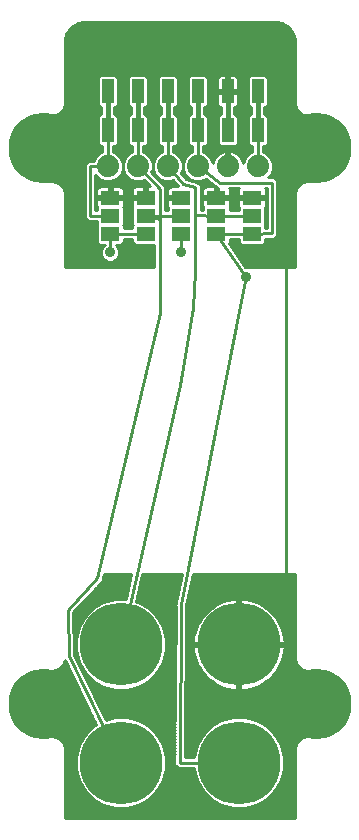
<source format=gbl>
G75*
%MOIN*%
%OFA0B0*%
%FSLAX24Y24*%
%IPPOS*%
%LPD*%
%AMOC8*
5,1,8,0,0,1.08239X$1,22.5*
%
%ADD10C,0.2756*%
%ADD11C,0.0740*%
%ADD12C,0.0160*%
%ADD13R,0.0394X0.0787*%
%ADD14R,0.0630X0.0460*%
%ADD15C,0.0100*%
%ADD16C,0.2362*%
%ADD17C,0.0357*%
D10*
X004874Y003300D03*
X004874Y007237D03*
X008811Y007237D03*
X008811Y003300D03*
D11*
X008441Y023181D03*
X007441Y023181D03*
X006441Y023181D03*
X005441Y023181D03*
X004441Y023181D03*
X009441Y023181D03*
D12*
X009441Y024532D02*
X009441Y025532D01*
X008441Y025532D02*
X008441Y024532D01*
X007441Y024532D02*
X007441Y025532D01*
X006441Y025532D02*
X006441Y024532D01*
X005441Y024532D02*
X005441Y025532D01*
X004441Y025532D02*
X004441Y024532D01*
D13*
X004441Y024382D03*
X004441Y025681D03*
X005441Y025681D03*
X005441Y024382D03*
X006441Y024382D03*
X006441Y025681D03*
X007441Y025681D03*
X007441Y024382D03*
X008441Y024382D03*
X008441Y025681D03*
X009441Y025681D03*
X009441Y024382D03*
D14*
X009244Y022128D03*
X009244Y021528D03*
X009244Y020928D03*
X008063Y020928D03*
X008063Y021528D03*
X008063Y022128D03*
X006882Y022128D03*
X006882Y021528D03*
X006882Y020928D03*
X005701Y020928D03*
X005701Y021528D03*
X005701Y022128D03*
X004520Y022128D03*
X004520Y021528D03*
X004520Y020928D03*
D15*
X001661Y004415D02*
X001904Y004275D01*
X002175Y004203D01*
X002315Y004193D01*
X002612Y004193D01*
X002795Y004117D01*
X002936Y003977D01*
X003012Y003793D01*
X003012Y001437D01*
X010674Y001437D01*
X010674Y003793D01*
X010750Y003977D01*
X010890Y004117D01*
X011074Y004193D01*
X011370Y004193D01*
X011511Y004203D01*
X011782Y004275D01*
X012025Y004415D01*
X012223Y004614D01*
X012363Y004857D01*
X012436Y005128D01*
X012436Y005408D01*
X012363Y005679D01*
X012223Y005922D01*
X012025Y006121D01*
X011782Y006261D01*
X011511Y006334D01*
X011370Y006343D01*
X011074Y006343D01*
X010890Y006419D01*
X010750Y006560D01*
X010674Y006743D01*
X010674Y009599D01*
X007269Y009599D01*
X007062Y008557D01*
X007024Y003480D01*
X007303Y003480D01*
X007303Y003498D01*
X007406Y003882D01*
X007605Y004226D01*
X007886Y004506D01*
X008229Y004705D01*
X008613Y004808D01*
X009010Y004808D01*
X009393Y004705D01*
X009737Y004506D01*
X010018Y004226D01*
X010217Y003882D01*
X010319Y003498D01*
X010319Y003101D01*
X010217Y002718D01*
X010018Y002374D01*
X009737Y002093D01*
X009393Y001894D01*
X009010Y001792D01*
X008613Y001792D01*
X008229Y001894D01*
X007886Y002093D01*
X007605Y002374D01*
X007406Y002718D01*
X007303Y003101D01*
X007303Y003120D01*
X006917Y003120D01*
X006916Y003119D01*
X006842Y003120D01*
X006768Y003120D01*
X006768Y003120D01*
X006767Y003120D01*
X006715Y003173D01*
X006663Y003225D01*
X006663Y003226D01*
X006662Y003226D01*
X006663Y003300D01*
X006663Y003374D01*
X006663Y003375D01*
X006702Y008521D01*
X006691Y008537D01*
X006702Y008594D01*
X006703Y008651D01*
X006717Y008665D01*
X006902Y009599D01*
X005596Y009599D01*
X005383Y008662D01*
X005456Y008642D01*
X005800Y008443D01*
X006081Y008163D01*
X006280Y007819D01*
X006382Y007435D01*
X006382Y007038D01*
X006280Y006655D01*
X006081Y006311D01*
X005800Y006030D01*
X005456Y005831D01*
X005073Y005729D01*
X004676Y005729D01*
X004292Y005831D01*
X003949Y006030D01*
X003668Y006311D01*
X003469Y006655D01*
X003366Y007038D01*
X003366Y007435D01*
X003469Y007819D01*
X003668Y008163D01*
X003949Y008443D01*
X004292Y008642D01*
X004676Y008745D01*
X005033Y008745D01*
X005227Y009599D01*
X004309Y009599D01*
X004268Y009424D01*
X004270Y009374D01*
X004251Y009354D01*
X004245Y009327D01*
X004202Y009301D01*
X003285Y008310D01*
X003321Y006887D01*
X004377Y004727D01*
X004676Y004808D01*
X005073Y004808D01*
X005456Y004705D01*
X005800Y004506D01*
X006081Y004226D01*
X006280Y003882D01*
X006382Y003498D01*
X006382Y003101D01*
X006280Y002718D01*
X006081Y002374D01*
X005800Y002093D01*
X005456Y001894D01*
X005073Y001792D01*
X004676Y001792D01*
X004292Y001894D01*
X003949Y002093D01*
X003668Y002374D01*
X003469Y002718D01*
X003366Y003101D01*
X003366Y003498D01*
X003469Y003882D01*
X003668Y004226D01*
X003949Y004506D01*
X004054Y004567D01*
X003002Y006719D01*
X002936Y006560D01*
X002795Y006419D01*
X002612Y006343D01*
X002315Y006343D01*
X002175Y006334D01*
X001904Y006261D01*
X001661Y006121D01*
X001463Y005922D01*
X001322Y005679D01*
X001250Y005408D01*
X001250Y005128D01*
X001322Y004857D01*
X001463Y004614D01*
X001661Y004415D01*
X001714Y004385D02*
X003827Y004385D01*
X003729Y004286D02*
X001884Y004286D01*
X001593Y004483D02*
X003926Y004483D01*
X004047Y004582D02*
X001495Y004582D01*
X001424Y004680D02*
X003999Y004680D01*
X003951Y004779D02*
X001367Y004779D01*
X001317Y004877D02*
X003903Y004877D01*
X003855Y004976D02*
X001290Y004976D01*
X001264Y005074D02*
X003806Y005074D01*
X003758Y005173D02*
X001250Y005173D01*
X001250Y005271D02*
X003710Y005271D01*
X003662Y005370D02*
X001250Y005370D01*
X001266Y005468D02*
X003614Y005468D01*
X003566Y005567D02*
X001292Y005567D01*
X001319Y005665D02*
X003517Y005665D01*
X003469Y005764D02*
X001371Y005764D01*
X001428Y005862D02*
X003421Y005862D01*
X003373Y005961D02*
X001501Y005961D01*
X001600Y006059D02*
X003325Y006059D01*
X003277Y006158D02*
X001725Y006158D01*
X001896Y006256D02*
X003228Y006256D01*
X003180Y006355D02*
X002641Y006355D01*
X002830Y006453D02*
X003132Y006453D01*
X003084Y006552D02*
X002928Y006552D01*
X002974Y006650D02*
X003036Y006650D01*
X003142Y006843D02*
X003103Y008378D01*
X004087Y009441D01*
X006174Y018300D01*
X006174Y021410D01*
X005701Y021528D01*
X006882Y021528D01*
X006832Y022078D02*
X006417Y022078D01*
X006417Y021878D01*
X006428Y021840D01*
X006441Y021816D01*
X006437Y021812D01*
X006437Y021708D01*
X006354Y021708D01*
X006354Y022433D01*
X006354Y022506D01*
X006354Y022507D01*
X006354Y022508D01*
X006302Y022560D01*
X005897Y022974D01*
X005941Y023082D01*
X005941Y023281D01*
X005865Y023465D01*
X005725Y023605D01*
X005621Y023648D01*
X005621Y023859D01*
X005692Y023859D01*
X005768Y023935D01*
X005768Y024830D01*
X005692Y024906D01*
X005651Y024906D01*
X005651Y025158D01*
X005692Y025158D01*
X005768Y025234D01*
X005768Y026129D01*
X005692Y026205D01*
X005191Y026205D01*
X005114Y026129D01*
X005114Y025234D01*
X005191Y025158D01*
X005231Y025158D01*
X005231Y024906D01*
X005191Y024906D01*
X005114Y024830D01*
X005114Y023935D01*
X005191Y023859D01*
X005261Y023859D01*
X005261Y023648D01*
X005158Y023605D01*
X005017Y023465D01*
X004941Y023281D01*
X004865Y023465D01*
X004725Y023605D01*
X004621Y023648D01*
X004621Y023859D01*
X004692Y023859D01*
X004768Y023935D01*
X004768Y024830D01*
X004692Y024906D01*
X004651Y024906D01*
X004651Y025158D01*
X004692Y025158D01*
X004768Y025234D01*
X004768Y026129D01*
X004692Y026205D01*
X004191Y026205D01*
X004114Y026129D01*
X004114Y025234D01*
X004191Y025158D01*
X004231Y025158D01*
X004231Y024906D01*
X004191Y024906D01*
X004114Y024830D01*
X004114Y023935D01*
X004191Y023859D01*
X004261Y023859D01*
X004261Y023648D01*
X004158Y023605D01*
X004017Y023465D01*
X003975Y023361D01*
X003776Y023361D01*
X003671Y023256D01*
X003671Y021453D01*
X003776Y021348D01*
X004075Y021348D01*
X004075Y021244D01*
X004091Y021228D01*
X004075Y021212D01*
X004075Y020644D01*
X004151Y020568D01*
X004340Y020568D01*
X004340Y020564D01*
X004259Y020482D01*
X004212Y020369D01*
X004212Y020246D01*
X004259Y020133D01*
X004345Y020046D01*
X004459Y019999D01*
X004581Y019999D01*
X004695Y020046D01*
X004782Y020133D01*
X004829Y020246D01*
X004829Y020369D01*
X004782Y020482D01*
X004700Y020564D01*
X004700Y020568D01*
X004889Y020568D01*
X004965Y020644D01*
X004965Y020748D01*
X005256Y020748D01*
X005256Y020644D01*
X005332Y020568D01*
X005994Y020568D01*
X005994Y019835D01*
X003012Y019835D01*
X003012Y022297D01*
X002936Y022480D01*
X002795Y022621D01*
X002612Y022697D01*
X002315Y022697D01*
X002175Y022706D01*
X001904Y022779D01*
X001661Y022919D01*
X001463Y023118D01*
X001322Y023361D01*
X001250Y023632D01*
X001250Y023912D01*
X001322Y024183D01*
X001463Y024426D01*
X001661Y024625D01*
X001904Y024765D01*
X002175Y024838D01*
X002315Y024847D01*
X002612Y024847D01*
X002795Y024923D01*
X002936Y025064D01*
X003012Y025247D01*
X003012Y027315D01*
X003018Y027404D01*
X003064Y027576D01*
X003153Y027730D01*
X003279Y027856D01*
X003433Y027945D01*
X003604Y027991D01*
X003693Y027996D01*
X009993Y027996D01*
X010081Y027991D01*
X010253Y027945D01*
X010407Y027856D01*
X010533Y027730D01*
X010622Y027576D01*
X010668Y027404D01*
X010674Y027315D01*
X010674Y025247D01*
X010750Y025064D01*
X010890Y024923D01*
X011074Y024847D01*
X011370Y024847D01*
X011511Y024838D01*
X011782Y024765D01*
X012025Y024625D01*
X012223Y024426D01*
X012363Y024183D01*
X012436Y023912D01*
X012436Y023632D01*
X012363Y023361D01*
X012223Y023118D01*
X012025Y022919D01*
X011782Y022779D01*
X011511Y022706D01*
X011370Y022697D01*
X011074Y022697D01*
X010890Y022621D01*
X010750Y022480D01*
X010674Y022297D01*
X010674Y019835D01*
X009024Y019835D01*
X008488Y020624D01*
X008508Y020644D01*
X008508Y020748D01*
X008799Y020748D01*
X008799Y020644D01*
X008876Y020568D01*
X009613Y020568D01*
X009689Y020644D01*
X009689Y020754D01*
X009915Y020757D01*
X009988Y020757D01*
X009989Y020758D01*
X009991Y020758D01*
X010042Y020811D01*
X010094Y020863D01*
X010094Y020864D01*
X010095Y020865D01*
X010094Y020939D01*
X010094Y022705D01*
X009988Y022810D01*
X009777Y022810D01*
X009865Y022898D01*
X009941Y023082D01*
X009941Y023281D01*
X009865Y023465D01*
X009725Y023605D01*
X009621Y023648D01*
X009621Y023859D01*
X009692Y023859D01*
X009768Y023935D01*
X009768Y024830D01*
X009692Y024906D01*
X009651Y024906D01*
X009651Y025158D01*
X009692Y025158D01*
X009768Y025234D01*
X009768Y026129D01*
X009692Y026205D01*
X009191Y026205D01*
X009114Y026129D01*
X009114Y025234D01*
X009191Y025158D01*
X009231Y025158D01*
X009231Y024906D01*
X009191Y024906D01*
X009114Y024830D01*
X009114Y023935D01*
X009191Y023859D01*
X009261Y023859D01*
X009261Y023648D01*
X009158Y023605D01*
X009017Y023465D01*
X008949Y023300D01*
X008949Y023303D01*
X008923Y023381D01*
X008886Y023454D01*
X008838Y023520D01*
X008780Y023578D01*
X008714Y023626D01*
X008641Y023663D01*
X008563Y023689D01*
X008491Y023700D01*
X008491Y023232D01*
X008391Y023232D01*
X008391Y023700D01*
X008320Y023689D01*
X008242Y023663D01*
X008169Y023626D01*
X008103Y023578D01*
X008045Y023520D01*
X007997Y023454D01*
X007959Y023381D01*
X007934Y023303D01*
X007934Y023300D01*
X007865Y023465D01*
X007725Y023605D01*
X007621Y023648D01*
X007621Y023859D01*
X007692Y023859D01*
X007768Y023935D01*
X007768Y024830D01*
X007692Y024906D01*
X007651Y024906D01*
X007651Y025158D01*
X007692Y025158D01*
X007768Y025234D01*
X007768Y026129D01*
X007692Y026205D01*
X007191Y026205D01*
X007114Y026129D01*
X007114Y025234D01*
X007191Y025158D01*
X007231Y025158D01*
X007231Y024906D01*
X007191Y024906D01*
X007114Y024830D01*
X007114Y023935D01*
X007191Y023859D01*
X007261Y023859D01*
X007261Y023648D01*
X007158Y023605D01*
X007017Y023465D01*
X006941Y023281D01*
X006865Y023465D01*
X006725Y023605D01*
X006621Y023648D01*
X006621Y023859D01*
X006692Y023859D01*
X006768Y023935D01*
X006768Y024830D01*
X006692Y024906D01*
X006651Y024906D01*
X006651Y025158D01*
X006692Y025158D01*
X006768Y025234D01*
X006768Y026129D01*
X006692Y026205D01*
X006191Y026205D01*
X006114Y026129D01*
X006114Y025234D01*
X006191Y025158D01*
X006231Y025158D01*
X006231Y024906D01*
X006191Y024906D01*
X006114Y024830D01*
X006114Y023935D01*
X006191Y023859D01*
X006261Y023859D01*
X006261Y023648D01*
X006158Y023605D01*
X006017Y023465D01*
X005941Y023281D01*
X005941Y023082D01*
X006017Y022898D01*
X006158Y022758D01*
X006342Y022681D01*
X006541Y022681D01*
X006615Y022712D01*
X006794Y022508D01*
X006548Y022508D01*
X006509Y022498D01*
X006475Y022478D01*
X006447Y022450D01*
X006428Y022416D01*
X006417Y022378D01*
X006417Y022178D01*
X006832Y022178D01*
X006832Y022078D01*
X006832Y022115D02*
X006354Y022115D01*
X006354Y022213D02*
X006417Y022213D01*
X006417Y022312D02*
X006354Y022312D01*
X006354Y022410D02*
X006426Y022410D01*
X006353Y022509D02*
X006793Y022509D01*
X006707Y022607D02*
X006255Y022607D01*
X006283Y022706D02*
X006159Y022706D01*
X006111Y022804D02*
X006062Y022804D01*
X006016Y022903D02*
X005966Y022903D01*
X005975Y023001D02*
X005908Y023001D01*
X005941Y023100D02*
X005941Y023100D01*
X005941Y023198D02*
X005941Y023198D01*
X005935Y023297D02*
X005948Y023297D01*
X005989Y023395D02*
X005894Y023395D01*
X005836Y023494D02*
X006047Y023494D01*
X006145Y023592D02*
X005737Y023592D01*
X005621Y023691D02*
X006261Y023691D01*
X006261Y023789D02*
X005621Y023789D01*
X005721Y023888D02*
X006161Y023888D01*
X006114Y023986D02*
X005768Y023986D01*
X005768Y024085D02*
X006114Y024085D01*
X006114Y024183D02*
X005768Y024183D01*
X005768Y024282D02*
X006114Y024282D01*
X006114Y024380D02*
X005768Y024380D01*
X005768Y024479D02*
X006114Y024479D01*
X006114Y024577D02*
X005768Y024577D01*
X005768Y024676D02*
X006114Y024676D01*
X006114Y024774D02*
X005768Y024774D01*
X005725Y024873D02*
X006158Y024873D01*
X006231Y024971D02*
X005651Y024971D01*
X005651Y025070D02*
X006231Y025070D01*
X006180Y025168D02*
X005703Y025168D01*
X005768Y025267D02*
X006114Y025267D01*
X006114Y025365D02*
X005768Y025365D01*
X005768Y025464D02*
X006114Y025464D01*
X006114Y025562D02*
X005768Y025562D01*
X005768Y025661D02*
X006114Y025661D01*
X006114Y025759D02*
X005768Y025759D01*
X005768Y025858D02*
X006114Y025858D01*
X006114Y025956D02*
X005768Y025956D01*
X005768Y026055D02*
X006114Y026055D01*
X006139Y026153D02*
X005744Y026153D01*
X005231Y025070D02*
X004651Y025070D01*
X004651Y024971D02*
X005231Y024971D01*
X005158Y024873D02*
X004725Y024873D01*
X004768Y024774D02*
X005114Y024774D01*
X005114Y024676D02*
X004768Y024676D01*
X004768Y024577D02*
X005114Y024577D01*
X005114Y024479D02*
X004768Y024479D01*
X004768Y024380D02*
X005114Y024380D01*
X005114Y024282D02*
X004768Y024282D01*
X004768Y024183D02*
X005114Y024183D01*
X005114Y024085D02*
X004768Y024085D01*
X004768Y023986D02*
X005114Y023986D01*
X005161Y023888D02*
X004721Y023888D01*
X004621Y023789D02*
X005261Y023789D01*
X005261Y023691D02*
X004621Y023691D01*
X004737Y023592D02*
X005145Y023592D01*
X005047Y023494D02*
X004836Y023494D01*
X004894Y023395D02*
X004989Y023395D01*
X004948Y023297D02*
X004935Y023297D01*
X004941Y023281D02*
X004941Y023082D01*
X004865Y022898D01*
X004725Y022758D01*
X004541Y022681D01*
X004342Y022681D01*
X004158Y022758D01*
X004031Y022885D01*
X004031Y021708D01*
X004075Y021708D01*
X004075Y021812D01*
X004079Y021816D01*
X004065Y021840D01*
X004055Y021878D01*
X004055Y022078D01*
X004470Y022078D01*
X004470Y022178D01*
X004055Y022178D01*
X004055Y022378D01*
X004065Y022416D01*
X004085Y022450D01*
X004113Y022478D01*
X004147Y022498D01*
X004185Y022508D01*
X004470Y022508D01*
X004470Y022178D01*
X004570Y022178D01*
X004570Y022508D01*
X004855Y022508D01*
X004893Y022498D01*
X004927Y022478D01*
X004955Y022450D01*
X004975Y022416D01*
X004985Y022378D01*
X004985Y022178D01*
X004570Y022178D01*
X004570Y022078D01*
X004985Y022078D01*
X004985Y021878D01*
X004975Y021840D01*
X004961Y021816D01*
X004965Y021812D01*
X004965Y021244D01*
X004949Y021228D01*
X004965Y021212D01*
X004965Y021108D01*
X005256Y021108D01*
X005256Y021212D01*
X005272Y021228D01*
X005256Y021244D01*
X005256Y021812D01*
X005260Y021816D01*
X005246Y021840D01*
X005236Y021878D01*
X005236Y022078D01*
X005651Y022078D01*
X005651Y022178D01*
X005236Y022178D01*
X005236Y022378D01*
X005246Y022416D01*
X005266Y022450D01*
X005294Y022478D01*
X005328Y022498D01*
X005366Y022508D01*
X005651Y022508D01*
X005651Y022178D01*
X005751Y022178D01*
X005751Y022508D01*
X005849Y022508D01*
X005639Y022722D01*
X005541Y022681D01*
X005342Y022681D01*
X005158Y022758D01*
X005017Y022898D01*
X004941Y023082D01*
X004941Y023281D01*
X004941Y023198D02*
X004941Y023198D01*
X004941Y023100D02*
X004941Y023100D01*
X004908Y023001D02*
X004975Y023001D01*
X005016Y022903D02*
X004867Y022903D01*
X004771Y022804D02*
X005111Y022804D01*
X005283Y022706D02*
X004600Y022706D01*
X004570Y022410D02*
X004470Y022410D01*
X004470Y022312D02*
X004570Y022312D01*
X004570Y022213D02*
X004470Y022213D01*
X004470Y022115D02*
X004031Y022115D01*
X004031Y022213D02*
X004055Y022213D01*
X004055Y022312D02*
X004031Y022312D01*
X004031Y022410D02*
X004064Y022410D01*
X004031Y022509D02*
X005848Y022509D01*
X005751Y022607D02*
X004031Y022607D01*
X004031Y022706D02*
X004283Y022706D01*
X004111Y022804D02*
X004031Y022804D01*
X003851Y023181D02*
X004441Y023181D01*
X004441Y025681D01*
X004114Y025661D02*
X003012Y025661D01*
X003012Y025759D02*
X004114Y025759D01*
X004114Y025858D02*
X003012Y025858D01*
X003012Y025956D02*
X004114Y025956D01*
X004114Y026055D02*
X003012Y026055D01*
X003012Y026153D02*
X004139Y026153D01*
X004114Y025562D02*
X003012Y025562D01*
X003012Y025464D02*
X004114Y025464D01*
X004114Y025365D02*
X003012Y025365D01*
X003012Y025267D02*
X004114Y025267D01*
X004180Y025168D02*
X002980Y025168D01*
X002939Y025070D02*
X004231Y025070D01*
X004231Y024971D02*
X002844Y024971D01*
X002675Y024873D02*
X004158Y024873D01*
X004114Y024774D02*
X001939Y024774D01*
X001750Y024676D02*
X004114Y024676D01*
X004114Y024577D02*
X001614Y024577D01*
X001515Y024479D02*
X004114Y024479D01*
X004114Y024380D02*
X001436Y024380D01*
X001379Y024282D02*
X004114Y024282D01*
X004114Y024183D02*
X001322Y024183D01*
X001296Y024085D02*
X004114Y024085D01*
X004114Y023986D02*
X001270Y023986D01*
X001250Y023888D02*
X004161Y023888D01*
X004261Y023789D02*
X001250Y023789D01*
X001250Y023691D02*
X004261Y023691D01*
X004145Y023592D02*
X001260Y023592D01*
X001287Y023494D02*
X004047Y023494D01*
X003989Y023395D02*
X001313Y023395D01*
X001359Y023297D02*
X003712Y023297D01*
X003671Y023198D02*
X001416Y023198D01*
X001480Y023100D02*
X003671Y023100D01*
X003671Y023001D02*
X001579Y023001D01*
X001689Y022903D02*
X003671Y022903D01*
X003671Y022804D02*
X001860Y022804D01*
X002182Y022706D02*
X003671Y022706D01*
X003671Y022607D02*
X002809Y022607D01*
X002908Y022509D02*
X003671Y022509D01*
X003671Y022410D02*
X002965Y022410D01*
X003006Y022312D02*
X003671Y022312D01*
X003671Y022213D02*
X003012Y022213D01*
X003012Y022115D02*
X003671Y022115D01*
X003671Y022016D02*
X003012Y022016D01*
X003012Y021918D02*
X003671Y021918D01*
X003671Y021819D02*
X003012Y021819D01*
X003012Y021721D02*
X003671Y021721D01*
X003671Y021622D02*
X003012Y021622D01*
X003012Y021524D02*
X003671Y021524D01*
X003699Y021425D02*
X003012Y021425D01*
X003012Y021327D02*
X004075Y021327D01*
X004091Y021228D02*
X003012Y021228D01*
X003012Y021130D02*
X004075Y021130D01*
X004075Y021031D02*
X003012Y021031D01*
X003012Y020933D02*
X004075Y020933D01*
X004075Y020834D02*
X003012Y020834D01*
X003012Y020736D02*
X004075Y020736D01*
X004082Y020637D02*
X003012Y020637D01*
X003012Y020539D02*
X004315Y020539D01*
X004241Y020440D02*
X003012Y020440D01*
X003012Y020342D02*
X004212Y020342D01*
X004213Y020243D02*
X003012Y020243D01*
X003012Y020145D02*
X004254Y020145D01*
X004345Y020046D02*
X003012Y020046D01*
X003012Y019948D02*
X005994Y019948D01*
X005994Y020046D02*
X004695Y020046D01*
X004787Y020145D02*
X005994Y020145D01*
X005994Y020243D02*
X004827Y020243D01*
X004829Y020342D02*
X005994Y020342D01*
X005994Y020440D02*
X004799Y020440D01*
X004725Y020539D02*
X005994Y020539D01*
X005701Y020928D02*
X004520Y020928D01*
X004520Y020307D01*
X004958Y020637D02*
X005263Y020637D01*
X005256Y020736D02*
X004965Y020736D01*
X004965Y021130D02*
X005256Y021130D01*
X005272Y021228D02*
X004949Y021228D01*
X004965Y021327D02*
X005256Y021327D01*
X005256Y021425D02*
X004965Y021425D01*
X004965Y021524D02*
X005256Y021524D01*
X005256Y021622D02*
X004965Y021622D01*
X004965Y021721D02*
X005256Y021721D01*
X005258Y021819D02*
X004963Y021819D01*
X004985Y021918D02*
X005236Y021918D01*
X005236Y022016D02*
X004985Y022016D01*
X004985Y022213D02*
X005236Y022213D01*
X005236Y022312D02*
X004985Y022312D01*
X004976Y022410D02*
X005245Y022410D01*
X005600Y022706D02*
X005655Y022706D01*
X005651Y022410D02*
X005751Y022410D01*
X005751Y022312D02*
X005651Y022312D01*
X005651Y022213D02*
X005751Y022213D01*
X005651Y022115D02*
X004570Y022115D01*
X004520Y021528D02*
X003851Y021528D01*
X003851Y023181D01*
X004031Y022016D02*
X004055Y022016D01*
X004055Y021918D02*
X004031Y021918D01*
X004031Y021819D02*
X004077Y021819D01*
X004075Y021721D02*
X004031Y021721D01*
X003012Y019849D02*
X005994Y019849D01*
X006174Y021410D02*
X006174Y022433D01*
X005441Y023181D01*
X005441Y024382D01*
X005180Y025168D02*
X004703Y025168D01*
X004768Y025267D02*
X005114Y025267D01*
X005114Y025365D02*
X004768Y025365D01*
X004768Y025464D02*
X005114Y025464D01*
X005114Y025562D02*
X004768Y025562D01*
X004768Y025661D02*
X005114Y025661D01*
X005114Y025759D02*
X004768Y025759D01*
X004768Y025858D02*
X005114Y025858D01*
X005114Y025956D02*
X004768Y025956D01*
X004768Y026055D02*
X005114Y026055D01*
X005139Y026153D02*
X004744Y026153D01*
X003401Y027926D02*
X010285Y027926D01*
X010435Y027828D02*
X003251Y027828D01*
X003153Y027729D02*
X010533Y027729D01*
X010590Y027631D02*
X003096Y027631D01*
X003052Y027532D02*
X010633Y027532D01*
X010660Y027434D02*
X003026Y027434D01*
X003014Y027335D02*
X010672Y027335D01*
X010674Y027237D02*
X003012Y027237D01*
X003012Y027138D02*
X010674Y027138D01*
X010674Y027040D02*
X003012Y027040D01*
X003012Y026941D02*
X010674Y026941D01*
X010674Y026843D02*
X003012Y026843D01*
X003012Y026744D02*
X010674Y026744D01*
X010674Y026646D02*
X003012Y026646D01*
X003012Y026547D02*
X010674Y026547D01*
X010674Y026449D02*
X003012Y026449D01*
X003012Y026350D02*
X010674Y026350D01*
X010674Y026252D02*
X003012Y026252D01*
X006441Y025681D02*
X006441Y023181D01*
X006961Y022591D01*
X007355Y022473D01*
X007355Y021546D01*
X008063Y021528D01*
X009244Y021528D01*
X009194Y022078D02*
X008779Y022078D01*
X008779Y021878D01*
X008790Y021840D01*
X008804Y021816D01*
X008799Y021812D01*
X008799Y021708D01*
X008508Y021708D01*
X008508Y021812D01*
X008504Y021816D01*
X008518Y021840D01*
X008528Y021878D01*
X008528Y022078D01*
X008113Y022078D01*
X008113Y022178D01*
X008013Y022178D01*
X008013Y022078D01*
X007598Y022078D01*
X007598Y021878D01*
X007609Y021840D01*
X007623Y021816D01*
X007618Y021812D01*
X007618Y021719D01*
X007535Y021721D01*
X007535Y022446D01*
X007549Y022493D01*
X007535Y022518D01*
X007535Y022547D01*
X007501Y022581D01*
X007478Y022624D01*
X007450Y022632D01*
X007429Y022653D01*
X007381Y022653D01*
X007062Y022749D01*
X006886Y022949D01*
X006941Y023082D01*
X006941Y023281D01*
X006941Y023082D01*
X007017Y022898D01*
X007158Y022758D01*
X007342Y022681D01*
X007541Y022681D01*
X007715Y022754D01*
X008063Y022494D01*
X008107Y022450D01*
X008113Y022450D01*
X008113Y022178D01*
X008528Y022178D01*
X008528Y022378D01*
X008518Y022416D01*
X008498Y022450D01*
X008810Y022450D01*
X008809Y022450D01*
X008790Y022416D01*
X008779Y022378D01*
X008779Y022178D01*
X009194Y022178D01*
X009194Y022078D01*
X009194Y022115D02*
X008113Y022115D01*
X008113Y022213D02*
X008013Y022213D01*
X008013Y022178D02*
X008013Y022508D01*
X007729Y022508D01*
X007690Y022498D01*
X007656Y022478D01*
X007628Y022450D01*
X007609Y022416D01*
X007598Y022378D01*
X007598Y022178D01*
X008013Y022178D01*
X008013Y022115D02*
X007535Y022115D01*
X007535Y022213D02*
X007598Y022213D01*
X007598Y022312D02*
X007535Y022312D01*
X007535Y022410D02*
X007607Y022410D01*
X007540Y022509D02*
X008043Y022509D01*
X008013Y022410D02*
X008113Y022410D01*
X008113Y022312D02*
X008013Y022312D01*
X007911Y022607D02*
X007487Y022607D01*
X007600Y022706D02*
X007779Y022706D01*
X007894Y023395D02*
X007967Y023395D01*
X008026Y023494D02*
X007836Y023494D01*
X007737Y023592D02*
X008122Y023592D01*
X008191Y023859D02*
X008114Y023935D01*
X008114Y024830D01*
X008191Y024906D01*
X008231Y024906D01*
X008231Y025138D01*
X008225Y025138D01*
X008187Y025148D01*
X008152Y025168D01*
X008124Y025196D01*
X008105Y025230D01*
X008094Y025268D01*
X008094Y025633D01*
X008246Y025633D01*
X008342Y025730D01*
X008094Y025730D01*
X008094Y026095D01*
X008105Y026133D01*
X008124Y026167D01*
X008152Y026195D01*
X008187Y026215D01*
X008225Y026225D01*
X008393Y026225D01*
X008393Y025742D01*
X008490Y025742D01*
X008490Y026225D01*
X008658Y026225D01*
X008696Y026215D01*
X008730Y026195D01*
X008758Y026167D01*
X008778Y026133D01*
X008788Y026095D01*
X008788Y025730D01*
X008540Y025730D01*
X008637Y025633D01*
X008788Y025633D01*
X008788Y025268D01*
X008778Y025230D01*
X008758Y025196D01*
X008730Y025168D01*
X008696Y025148D01*
X008658Y025138D01*
X008651Y025138D01*
X008651Y024906D01*
X008692Y024906D01*
X008768Y024830D01*
X008768Y023935D01*
X008692Y023859D01*
X008191Y023859D01*
X008161Y023888D02*
X007721Y023888D01*
X007768Y023986D02*
X008114Y023986D01*
X008114Y024085D02*
X007768Y024085D01*
X007768Y024183D02*
X008114Y024183D01*
X008114Y024282D02*
X007768Y024282D01*
X007768Y024380D02*
X008114Y024380D01*
X008114Y024479D02*
X007768Y024479D01*
X007768Y024577D02*
X008114Y024577D01*
X008114Y024676D02*
X007768Y024676D01*
X007768Y024774D02*
X008114Y024774D01*
X008158Y024873D02*
X007725Y024873D01*
X007651Y024971D02*
X008231Y024971D01*
X008231Y025070D02*
X007651Y025070D01*
X007703Y025168D02*
X008152Y025168D01*
X008095Y025267D02*
X007768Y025267D01*
X007768Y025365D02*
X008094Y025365D01*
X008094Y025464D02*
X007768Y025464D01*
X007768Y025562D02*
X008094Y025562D01*
X008094Y025759D02*
X007768Y025759D01*
X007768Y025661D02*
X008273Y025661D01*
X008393Y025759D02*
X008490Y025759D01*
X008490Y025858D02*
X008393Y025858D01*
X008393Y025956D02*
X008490Y025956D01*
X008490Y026055D02*
X008393Y026055D01*
X008393Y026153D02*
X008490Y026153D01*
X008609Y025661D02*
X009114Y025661D01*
X009114Y025759D02*
X008788Y025759D01*
X008788Y025858D02*
X009114Y025858D01*
X009114Y025956D02*
X008788Y025956D01*
X008788Y026055D02*
X009114Y026055D01*
X009139Y026153D02*
X008766Y026153D01*
X008788Y025562D02*
X009114Y025562D01*
X009114Y025464D02*
X008788Y025464D01*
X008788Y025365D02*
X009114Y025365D01*
X009114Y025267D02*
X008788Y025267D01*
X008731Y025168D02*
X009180Y025168D01*
X009231Y025070D02*
X008651Y025070D01*
X008651Y024971D02*
X009231Y024971D01*
X009158Y024873D02*
X008725Y024873D01*
X008768Y024774D02*
X009114Y024774D01*
X009114Y024676D02*
X008768Y024676D01*
X008768Y024577D02*
X009114Y024577D01*
X009114Y024479D02*
X008768Y024479D01*
X008768Y024380D02*
X009114Y024380D01*
X009114Y024282D02*
X008768Y024282D01*
X008768Y024183D02*
X009114Y024183D01*
X009114Y024085D02*
X008768Y024085D01*
X008768Y023986D02*
X009114Y023986D01*
X009161Y023888D02*
X008721Y023888D01*
X008549Y023691D02*
X009261Y023691D01*
X009261Y023789D02*
X007621Y023789D01*
X007621Y023691D02*
X008334Y023691D01*
X008391Y023691D02*
X008491Y023691D01*
X008491Y023592D02*
X008391Y023592D01*
X008391Y023494D02*
X008491Y023494D01*
X008491Y023395D02*
X008391Y023395D01*
X008391Y023297D02*
X008491Y023297D01*
X008760Y023592D02*
X009145Y023592D01*
X009047Y023494D02*
X008857Y023494D01*
X008916Y023395D02*
X008989Y023395D01*
X008788Y022410D02*
X008520Y022410D01*
X008498Y022450D02*
X008498Y022450D01*
X008528Y022312D02*
X008779Y022312D01*
X008779Y022213D02*
X008528Y022213D01*
X008528Y022016D02*
X008779Y022016D01*
X008779Y021918D02*
X008528Y021918D01*
X008506Y021819D02*
X008802Y021819D01*
X008799Y021721D02*
X008508Y021721D01*
X008063Y020928D02*
X009048Y019481D01*
X008991Y019177D01*
X006882Y008575D01*
X006843Y003300D01*
X008811Y003300D01*
X008187Y004680D02*
X007033Y004680D01*
X007032Y004582D02*
X008017Y004582D01*
X007863Y004483D02*
X007032Y004483D01*
X007031Y004385D02*
X007764Y004385D01*
X007666Y004286D02*
X007030Y004286D01*
X007030Y004188D02*
X007583Y004188D01*
X007526Y004089D02*
X007029Y004089D01*
X007028Y003991D02*
X007469Y003991D01*
X007412Y003892D02*
X007027Y003892D01*
X007027Y003794D02*
X007383Y003794D01*
X007356Y003695D02*
X007026Y003695D01*
X007025Y003597D02*
X007330Y003597D01*
X007304Y003498D02*
X007024Y003498D01*
X006664Y003498D02*
X006382Y003498D01*
X006382Y003400D02*
X006664Y003400D01*
X006663Y003301D02*
X006382Y003301D01*
X006382Y003203D02*
X006685Y003203D01*
X006382Y003104D02*
X007303Y003104D01*
X007329Y003006D02*
X006357Y003006D01*
X006330Y002907D02*
X007355Y002907D01*
X007382Y002809D02*
X006304Y002809D01*
X006275Y002710D02*
X007410Y002710D01*
X007467Y002612D02*
X006219Y002612D01*
X006162Y002513D02*
X007524Y002513D01*
X007581Y002415D02*
X006105Y002415D01*
X006024Y002316D02*
X007662Y002316D01*
X007761Y002218D02*
X005925Y002218D01*
X005827Y002119D02*
X007859Y002119D01*
X008010Y002021D02*
X005676Y002021D01*
X005505Y001922D02*
X008181Y001922D01*
X008493Y001824D02*
X005193Y001824D01*
X004556Y001824D02*
X003012Y001824D01*
X003012Y001922D02*
X004244Y001922D01*
X004073Y002021D02*
X003012Y002021D01*
X003012Y002119D02*
X003922Y002119D01*
X003824Y002218D02*
X003012Y002218D01*
X003012Y002316D02*
X003725Y002316D01*
X003644Y002415D02*
X003012Y002415D01*
X003012Y002513D02*
X003587Y002513D01*
X003530Y002612D02*
X003012Y002612D01*
X003012Y002710D02*
X003473Y002710D01*
X003445Y002809D02*
X003012Y002809D01*
X003012Y002907D02*
X003418Y002907D01*
X003392Y003006D02*
X003012Y003006D01*
X003012Y003104D02*
X003366Y003104D01*
X003366Y003203D02*
X003012Y003203D01*
X003012Y003301D02*
X003366Y003301D01*
X003366Y003400D02*
X003012Y003400D01*
X003012Y003498D02*
X003367Y003498D01*
X003393Y003597D02*
X003012Y003597D01*
X003012Y003695D02*
X003419Y003695D01*
X003446Y003794D02*
X003012Y003794D01*
X002971Y003892D02*
X003475Y003892D01*
X003532Y003991D02*
X002922Y003991D01*
X002823Y004089D02*
X003589Y004089D01*
X003646Y004188D02*
X002625Y004188D01*
X003629Y006256D02*
X003722Y006256D01*
X003677Y006158D02*
X003821Y006158D01*
X003726Y006059D02*
X003919Y006059D01*
X003774Y005961D02*
X004068Y005961D01*
X004239Y005862D02*
X003822Y005862D01*
X003870Y005764D02*
X004544Y005764D01*
X004111Y005271D02*
X006678Y005271D01*
X006677Y005173D02*
X004159Y005173D01*
X004207Y005074D02*
X006676Y005074D01*
X006675Y004976D02*
X004255Y004976D01*
X004303Y004877D02*
X006675Y004877D01*
X006674Y004779D02*
X005180Y004779D01*
X005499Y004680D02*
X006673Y004680D01*
X006672Y004582D02*
X005669Y004582D01*
X005823Y004483D02*
X006672Y004483D01*
X006671Y004385D02*
X005922Y004385D01*
X006020Y004286D02*
X006670Y004286D01*
X006670Y004188D02*
X006103Y004188D01*
X006160Y004089D02*
X006669Y004089D01*
X006668Y003991D02*
X006217Y003991D01*
X006273Y003892D02*
X006667Y003892D01*
X006667Y003794D02*
X006303Y003794D01*
X006330Y003695D02*
X006666Y003695D01*
X006665Y003597D02*
X006356Y003597D01*
X007034Y004779D02*
X008506Y004779D01*
X008587Y005723D02*
X008440Y005753D01*
X008296Y005796D01*
X008157Y005854D01*
X008025Y005924D01*
X007900Y006008D01*
X007784Y006103D01*
X007678Y006209D01*
X007583Y006325D01*
X007499Y006450D01*
X007428Y006583D01*
X007371Y006721D01*
X007327Y006865D01*
X007298Y007012D01*
X007283Y007162D01*
X007283Y007187D01*
X008761Y007187D01*
X008761Y007287D01*
X008761Y008765D01*
X008736Y008765D01*
X008587Y008750D01*
X008440Y008721D01*
X008296Y008677D01*
X008157Y008620D01*
X008025Y008549D01*
X007900Y008465D01*
X007784Y008370D01*
X007678Y008264D01*
X007583Y008148D01*
X007499Y008023D01*
X007428Y007891D01*
X007371Y007752D01*
X007327Y007608D01*
X007298Y007461D01*
X007283Y007312D01*
X007283Y007287D01*
X008761Y007287D01*
X008861Y007287D01*
X008861Y008765D01*
X008886Y008765D01*
X009036Y008750D01*
X009183Y008721D01*
X009327Y008677D01*
X009465Y008620D01*
X009598Y008549D01*
X009723Y008465D01*
X009839Y008370D01*
X009945Y008264D01*
X010040Y008148D01*
X010124Y008023D01*
X010194Y007891D01*
X010252Y007752D01*
X010295Y007608D01*
X010325Y007461D01*
X010339Y007312D01*
X010339Y007287D01*
X008861Y007287D01*
X008861Y007187D01*
X008861Y005709D01*
X008886Y005709D01*
X009036Y005723D01*
X009183Y005753D01*
X009327Y005796D01*
X009465Y005854D01*
X009598Y005924D01*
X009723Y006008D01*
X009839Y006103D01*
X009945Y006209D01*
X010040Y006325D01*
X010124Y006450D01*
X010194Y006583D01*
X010252Y006721D01*
X010295Y006865D01*
X010325Y007012D01*
X010339Y007162D01*
X010339Y007187D01*
X008861Y007187D01*
X008761Y007187D01*
X008761Y005709D01*
X008736Y005709D01*
X008587Y005723D01*
X008403Y005764D02*
X007041Y005764D01*
X007042Y005862D02*
X008141Y005862D01*
X007970Y005961D02*
X007043Y005961D01*
X007044Y006059D02*
X007837Y006059D01*
X007729Y006158D02*
X007044Y006158D01*
X007045Y006256D02*
X007639Y006256D01*
X007563Y006355D02*
X007046Y006355D01*
X007046Y006453D02*
X007498Y006453D01*
X007445Y006552D02*
X007047Y006552D01*
X007048Y006650D02*
X007400Y006650D01*
X007363Y006749D02*
X007049Y006749D01*
X007049Y006847D02*
X007333Y006847D01*
X007311Y006946D02*
X007050Y006946D01*
X007051Y007044D02*
X007295Y007044D01*
X007285Y007143D02*
X007052Y007143D01*
X007052Y007241D02*
X008761Y007241D01*
X008811Y007237D02*
X010386Y007237D01*
X010386Y020229D01*
X010674Y020243D02*
X008747Y020243D01*
X008814Y020145D02*
X010674Y020145D01*
X010674Y020046D02*
X008881Y020046D01*
X008948Y019948D02*
X010674Y019948D01*
X010674Y019849D02*
X009015Y019849D01*
X008680Y020342D02*
X010674Y020342D01*
X010674Y020440D02*
X008613Y020440D01*
X008546Y020539D02*
X010674Y020539D01*
X010674Y020637D02*
X009683Y020637D01*
X009689Y020736D02*
X010674Y020736D01*
X010674Y020834D02*
X010065Y020834D01*
X010094Y020933D02*
X010674Y020933D01*
X010674Y021031D02*
X010094Y021031D01*
X010094Y021130D02*
X010674Y021130D01*
X010674Y021228D02*
X010094Y021228D01*
X010094Y021327D02*
X010674Y021327D01*
X010674Y021425D02*
X010094Y021425D01*
X010094Y021524D02*
X010674Y021524D01*
X010674Y021622D02*
X010094Y021622D01*
X010094Y021721D02*
X010674Y021721D01*
X010674Y021819D02*
X010094Y021819D01*
X010094Y021918D02*
X010674Y021918D01*
X010674Y022016D02*
X010094Y022016D01*
X010094Y022115D02*
X010674Y022115D01*
X010674Y022213D02*
X010094Y022213D01*
X010094Y022312D02*
X010680Y022312D01*
X010721Y022410D02*
X010094Y022410D01*
X010094Y022509D02*
X010778Y022509D01*
X010877Y022607D02*
X010094Y022607D01*
X010093Y022706D02*
X011503Y022706D01*
X011826Y022804D02*
X009994Y022804D01*
X009867Y022903D02*
X011996Y022903D01*
X012107Y023001D02*
X009908Y023001D01*
X009941Y023100D02*
X012205Y023100D01*
X012270Y023198D02*
X009941Y023198D01*
X009935Y023297D02*
X012327Y023297D01*
X012373Y023395D02*
X009894Y023395D01*
X009836Y023494D02*
X012399Y023494D01*
X012426Y023592D02*
X009737Y023592D01*
X009621Y023691D02*
X012436Y023691D01*
X012436Y023789D02*
X009621Y023789D01*
X009721Y023888D02*
X012436Y023888D01*
X012416Y023986D02*
X009768Y023986D01*
X009768Y024085D02*
X012390Y024085D01*
X012363Y024183D02*
X009768Y024183D01*
X009768Y024282D02*
X012307Y024282D01*
X012250Y024380D02*
X009768Y024380D01*
X009768Y024479D02*
X012171Y024479D01*
X012072Y024577D02*
X009768Y024577D01*
X009768Y024676D02*
X011936Y024676D01*
X011747Y024774D02*
X009768Y024774D01*
X009725Y024873D02*
X011011Y024873D01*
X010842Y024971D02*
X009651Y024971D01*
X009651Y025070D02*
X010747Y025070D01*
X010706Y025168D02*
X009703Y025168D01*
X009768Y025267D02*
X010674Y025267D01*
X010674Y025365D02*
X009768Y025365D01*
X009768Y025464D02*
X010674Y025464D01*
X010674Y025562D02*
X009768Y025562D01*
X009768Y025661D02*
X010674Y025661D01*
X010674Y025759D02*
X009768Y025759D01*
X009768Y025858D02*
X010674Y025858D01*
X010674Y025956D02*
X009768Y025956D01*
X009768Y026055D02*
X010674Y026055D01*
X010674Y026153D02*
X009744Y026153D01*
X009441Y024382D02*
X009441Y023181D01*
X009679Y022450D02*
X009734Y022450D01*
X009734Y021115D01*
X009689Y021114D01*
X009689Y021212D01*
X009673Y021228D01*
X009689Y021244D01*
X009689Y021812D01*
X009685Y021816D01*
X009699Y021840D01*
X009709Y021878D01*
X009709Y022078D01*
X009294Y022078D01*
X009294Y022178D01*
X009709Y022178D01*
X009709Y022378D01*
X009699Y022416D01*
X009680Y022450D01*
X009679Y022450D01*
X009701Y022410D02*
X009734Y022410D01*
X009734Y022312D02*
X009709Y022312D01*
X009709Y022213D02*
X009734Y022213D01*
X009734Y022115D02*
X009294Y022115D01*
X009709Y022016D02*
X009734Y022016D01*
X009734Y021918D02*
X009709Y021918D01*
X009687Y021819D02*
X009734Y021819D01*
X009734Y021721D02*
X009689Y021721D01*
X009689Y021622D02*
X009734Y021622D01*
X009734Y021524D02*
X009689Y021524D01*
X009689Y021425D02*
X009734Y021425D01*
X009734Y021327D02*
X009689Y021327D01*
X009674Y021228D02*
X009734Y021228D01*
X009734Y021130D02*
X009689Y021130D01*
X009914Y020937D02*
X009244Y020928D01*
X008063Y020928D01*
X008508Y020736D02*
X008799Y020736D01*
X008806Y020637D02*
X008502Y020637D01*
X007618Y021721D02*
X007542Y021721D01*
X007535Y021819D02*
X007621Y021819D01*
X007598Y021918D02*
X007535Y021918D01*
X007535Y022016D02*
X007598Y022016D01*
X007355Y021546D02*
X007355Y019638D01*
X007276Y018457D01*
X006843Y015898D01*
X004874Y007237D01*
X004085Y008522D02*
X003481Y008522D01*
X003572Y008620D02*
X004255Y008620D01*
X004580Y008719D02*
X003663Y008719D01*
X003755Y008817D02*
X005049Y008817D01*
X005071Y008916D02*
X003846Y008916D01*
X003937Y009014D02*
X005094Y009014D01*
X005116Y009113D02*
X004028Y009113D01*
X004119Y009211D02*
X005139Y009211D01*
X005161Y009310D02*
X004217Y009310D01*
X004268Y009408D02*
X005183Y009408D01*
X005206Y009507D02*
X004287Y009507D01*
X003929Y008423D02*
X003390Y008423D01*
X003299Y008325D02*
X003830Y008325D01*
X003732Y008226D02*
X003287Y008226D01*
X003289Y008128D02*
X003648Y008128D01*
X003591Y008029D02*
X003292Y008029D01*
X003294Y007931D02*
X003534Y007931D01*
X003477Y007832D02*
X003297Y007832D01*
X003299Y007734D02*
X003447Y007734D01*
X003420Y007635D02*
X003302Y007635D01*
X003304Y007537D02*
X003394Y007537D01*
X003367Y007438D02*
X003307Y007438D01*
X003309Y007340D02*
X003366Y007340D01*
X003366Y007241D02*
X003312Y007241D01*
X003314Y007143D02*
X003366Y007143D01*
X003366Y007044D02*
X003317Y007044D01*
X003320Y006946D02*
X003391Y006946D01*
X003418Y006847D02*
X003340Y006847D01*
X003388Y006749D02*
X003444Y006749D01*
X003437Y006650D02*
X003472Y006650D01*
X003485Y006552D02*
X003528Y006552D01*
X003533Y006453D02*
X003585Y006453D01*
X003581Y006355D02*
X003642Y006355D01*
X003918Y005665D02*
X006681Y005665D01*
X006680Y005567D02*
X003966Y005567D01*
X004014Y005468D02*
X006679Y005468D01*
X006678Y005370D02*
X004063Y005370D01*
X004352Y004779D02*
X004569Y004779D01*
X005204Y005764D02*
X006681Y005764D01*
X006682Y005862D02*
X005510Y005862D01*
X005681Y005961D02*
X006683Y005961D01*
X006684Y006059D02*
X005830Y006059D01*
X005928Y006158D02*
X006684Y006158D01*
X006685Y006256D02*
X006027Y006256D01*
X006107Y006355D02*
X006686Y006355D01*
X006686Y006453D02*
X006163Y006453D01*
X006220Y006552D02*
X006687Y006552D01*
X006688Y006650D02*
X006277Y006650D01*
X006305Y006749D02*
X006689Y006749D01*
X006689Y006847D02*
X006331Y006847D01*
X006358Y006946D02*
X006690Y006946D01*
X006691Y007044D02*
X006382Y007044D01*
X006382Y007143D02*
X006692Y007143D01*
X006692Y007241D02*
X006382Y007241D01*
X006382Y007340D02*
X006693Y007340D01*
X006694Y007438D02*
X006381Y007438D01*
X006355Y007537D02*
X006695Y007537D01*
X006695Y007635D02*
X006329Y007635D01*
X006302Y007734D02*
X006696Y007734D01*
X006697Y007832D02*
X006272Y007832D01*
X006215Y007931D02*
X006697Y007931D01*
X006698Y008029D02*
X006158Y008029D01*
X006101Y008128D02*
X006699Y008128D01*
X006700Y008226D02*
X006017Y008226D01*
X005919Y008325D02*
X006700Y008325D01*
X006701Y008423D02*
X005820Y008423D01*
X005664Y008522D02*
X006701Y008522D01*
X006703Y008620D02*
X005493Y008620D01*
X005396Y008719D02*
X006727Y008719D01*
X006747Y008817D02*
X005418Y008817D01*
X005441Y008916D02*
X006767Y008916D01*
X006786Y009014D02*
X005463Y009014D01*
X005485Y009113D02*
X006806Y009113D01*
X006825Y009211D02*
X005508Y009211D01*
X005530Y009310D02*
X006845Y009310D01*
X006865Y009408D02*
X005553Y009408D01*
X005575Y009507D02*
X006884Y009507D01*
X007173Y009113D02*
X010674Y009113D01*
X010674Y009211D02*
X007192Y009211D01*
X007212Y009310D02*
X010674Y009310D01*
X010674Y009408D02*
X007232Y009408D01*
X007251Y009507D02*
X010674Y009507D01*
X010674Y009014D02*
X007153Y009014D01*
X007134Y008916D02*
X010674Y008916D01*
X010674Y008817D02*
X007114Y008817D01*
X007094Y008719D02*
X008434Y008719D01*
X008159Y008620D02*
X007075Y008620D01*
X007062Y008522D02*
X007985Y008522D01*
X007849Y008423D02*
X007061Y008423D01*
X007060Y008325D02*
X007739Y008325D01*
X007647Y008226D02*
X007060Y008226D01*
X007059Y008128D02*
X007569Y008128D01*
X007504Y008029D02*
X007058Y008029D01*
X007057Y007931D02*
X007450Y007931D01*
X007404Y007832D02*
X007057Y007832D01*
X007056Y007734D02*
X007366Y007734D01*
X007336Y007635D02*
X007055Y007635D01*
X007055Y007537D02*
X007313Y007537D01*
X007296Y007438D02*
X007054Y007438D01*
X007053Y007340D02*
X007286Y007340D01*
X007041Y005665D02*
X012367Y005665D01*
X012394Y005567D02*
X007040Y005567D01*
X007039Y005468D02*
X012420Y005468D01*
X012436Y005370D02*
X007038Y005370D01*
X007038Y005271D02*
X012436Y005271D01*
X012436Y005173D02*
X007037Y005173D01*
X007036Y005074D02*
X012422Y005074D01*
X012395Y004976D02*
X007035Y004976D01*
X007035Y004877D02*
X012369Y004877D01*
X012318Y004779D02*
X009117Y004779D01*
X009436Y004680D02*
X012262Y004680D01*
X012191Y004582D02*
X009606Y004582D01*
X009760Y004483D02*
X012093Y004483D01*
X011972Y004385D02*
X009859Y004385D01*
X009957Y004286D02*
X011801Y004286D01*
X011061Y004188D02*
X010040Y004188D01*
X010097Y004089D02*
X010863Y004089D01*
X010764Y003991D02*
X010154Y003991D01*
X010210Y003892D02*
X010715Y003892D01*
X010674Y003794D02*
X010240Y003794D01*
X010267Y003695D02*
X010674Y003695D01*
X010674Y003597D02*
X010293Y003597D01*
X010319Y003498D02*
X010674Y003498D01*
X010674Y003400D02*
X010319Y003400D01*
X010319Y003301D02*
X010674Y003301D01*
X010674Y003203D02*
X010319Y003203D01*
X010319Y003104D02*
X010674Y003104D01*
X010674Y003006D02*
X010294Y003006D01*
X010267Y002907D02*
X010674Y002907D01*
X010674Y002809D02*
X010241Y002809D01*
X010212Y002710D02*
X010674Y002710D01*
X010674Y002612D02*
X010156Y002612D01*
X010099Y002513D02*
X010674Y002513D01*
X010674Y002415D02*
X010042Y002415D01*
X009961Y002316D02*
X010674Y002316D01*
X010674Y002218D02*
X009862Y002218D01*
X009764Y002119D02*
X010674Y002119D01*
X010674Y002021D02*
X009613Y002021D01*
X009442Y001922D02*
X010674Y001922D01*
X010674Y001824D02*
X009130Y001824D01*
X010674Y001725D02*
X003012Y001725D01*
X003012Y001627D02*
X010674Y001627D01*
X010674Y001528D02*
X003012Y001528D01*
X004874Y003300D02*
X003142Y006843D01*
X008761Y006847D02*
X008861Y006847D01*
X008861Y006749D02*
X008761Y006749D01*
X008761Y006650D02*
X008861Y006650D01*
X008861Y006552D02*
X008761Y006552D01*
X008761Y006453D02*
X008861Y006453D01*
X008861Y006355D02*
X008761Y006355D01*
X008761Y006256D02*
X008861Y006256D01*
X008861Y006158D02*
X008761Y006158D01*
X008761Y006059D02*
X008861Y006059D01*
X008861Y005961D02*
X008761Y005961D01*
X008761Y005862D02*
X008861Y005862D01*
X008861Y005764D02*
X008761Y005764D01*
X009220Y005764D02*
X012315Y005764D01*
X012258Y005862D02*
X009482Y005862D01*
X009652Y005961D02*
X012185Y005961D01*
X012086Y006059D02*
X009786Y006059D01*
X009894Y006158D02*
X011961Y006158D01*
X011790Y006256D02*
X009984Y006256D01*
X010060Y006355D02*
X011045Y006355D01*
X010856Y006453D02*
X010125Y006453D01*
X010178Y006552D02*
X010758Y006552D01*
X010712Y006650D02*
X010222Y006650D01*
X010260Y006749D02*
X010674Y006749D01*
X010674Y006847D02*
X010290Y006847D01*
X010311Y006946D02*
X010674Y006946D01*
X010674Y007044D02*
X010328Y007044D01*
X010338Y007143D02*
X010674Y007143D01*
X010674Y007241D02*
X008861Y007241D01*
X008861Y007143D02*
X008761Y007143D01*
X008761Y007044D02*
X008861Y007044D01*
X008861Y006946D02*
X008761Y006946D01*
X008761Y007340D02*
X008861Y007340D01*
X008861Y007438D02*
X008761Y007438D01*
X008761Y007537D02*
X008861Y007537D01*
X008861Y007635D02*
X008761Y007635D01*
X008761Y007734D02*
X008861Y007734D01*
X008861Y007832D02*
X008761Y007832D01*
X008761Y007931D02*
X008861Y007931D01*
X008861Y008029D02*
X008761Y008029D01*
X008761Y008128D02*
X008861Y008128D01*
X008861Y008226D02*
X008761Y008226D01*
X008761Y008325D02*
X008861Y008325D01*
X008861Y008423D02*
X008761Y008423D01*
X008761Y008522D02*
X008861Y008522D01*
X008861Y008620D02*
X008761Y008620D01*
X008761Y008719D02*
X008861Y008719D01*
X009189Y008719D02*
X010674Y008719D01*
X010674Y008620D02*
X009463Y008620D01*
X009638Y008522D02*
X010674Y008522D01*
X010674Y008423D02*
X009774Y008423D01*
X009884Y008325D02*
X010674Y008325D01*
X010674Y008226D02*
X009976Y008226D01*
X010054Y008128D02*
X010674Y008128D01*
X010674Y008029D02*
X010119Y008029D01*
X010173Y007931D02*
X010674Y007931D01*
X010674Y007832D02*
X010218Y007832D01*
X010257Y007734D02*
X010674Y007734D01*
X010674Y007635D02*
X010287Y007635D01*
X010310Y007537D02*
X010674Y007537D01*
X010674Y007438D02*
X010327Y007438D01*
X010337Y007340D02*
X010674Y007340D01*
X006882Y020307D02*
X006882Y020928D01*
X006437Y021721D02*
X006354Y021721D01*
X006354Y021819D02*
X006439Y021819D01*
X006417Y021918D02*
X006354Y021918D01*
X006354Y022016D02*
X006417Y022016D01*
X006600Y022706D02*
X006620Y022706D01*
X006926Y022903D02*
X007016Y022903D01*
X007013Y022804D02*
X007111Y022804D01*
X007204Y022706D02*
X007283Y022706D01*
X007441Y023181D02*
X007441Y024382D01*
X007114Y024380D02*
X006768Y024380D01*
X006768Y024282D02*
X007114Y024282D01*
X007114Y024183D02*
X006768Y024183D01*
X006768Y024085D02*
X007114Y024085D01*
X007114Y023986D02*
X006768Y023986D01*
X006721Y023888D02*
X007161Y023888D01*
X007261Y023789D02*
X006621Y023789D01*
X006621Y023691D02*
X007261Y023691D01*
X007145Y023592D02*
X006737Y023592D01*
X006836Y023494D02*
X007047Y023494D01*
X006989Y023395D02*
X006894Y023395D01*
X006935Y023297D02*
X006948Y023297D01*
X006941Y023198D02*
X006941Y023198D01*
X006941Y023100D02*
X006941Y023100D01*
X006908Y023001D02*
X006975Y023001D01*
X007441Y023181D02*
X008181Y022630D01*
X009914Y022630D01*
X009914Y020937D01*
X008094Y025858D02*
X007768Y025858D01*
X007768Y025956D02*
X008094Y025956D01*
X008094Y026055D02*
X007768Y026055D01*
X007744Y026153D02*
X008116Y026153D01*
X007231Y025070D02*
X006651Y025070D01*
X006651Y024971D02*
X007231Y024971D01*
X007158Y024873D02*
X006725Y024873D01*
X006768Y024774D02*
X007114Y024774D01*
X007114Y024676D02*
X006768Y024676D01*
X006768Y024577D02*
X007114Y024577D01*
X007114Y024479D02*
X006768Y024479D01*
X006703Y025168D02*
X007180Y025168D01*
X007114Y025267D02*
X006768Y025267D01*
X006768Y025365D02*
X007114Y025365D01*
X007114Y025464D02*
X006768Y025464D01*
X006768Y025562D02*
X007114Y025562D01*
X007114Y025661D02*
X006768Y025661D01*
X006768Y025759D02*
X007114Y025759D01*
X007114Y025858D02*
X006768Y025858D01*
X006768Y025956D02*
X007114Y025956D01*
X007114Y026055D02*
X006768Y026055D01*
X006744Y026153D02*
X007139Y026153D01*
D16*
X011370Y023772D03*
X011370Y005268D03*
X002315Y005268D03*
X002315Y023772D03*
D17*
X004520Y020307D03*
X006882Y020307D03*
X009048Y019481D03*
M02*

</source>
